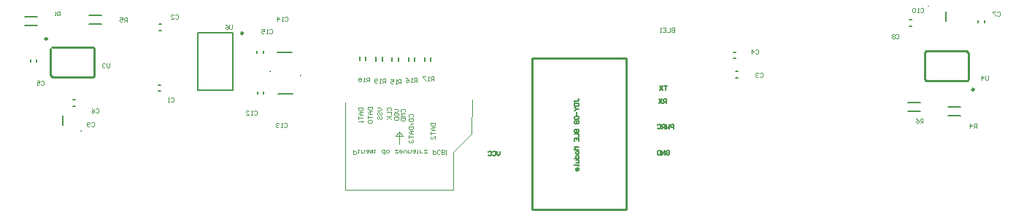
<source format=gbo>
G04*
G04 #@! TF.GenerationSoftware,Altium Limited,Altium Designer,21.3.2 (30)*
G04*
G04 Layer_Color=32896*
%FSLAX43Y43*%
%MOMM*%
G71*
G04*
G04 #@! TF.SameCoordinates,D2857377-26F3-40FA-A733-DB4AB64D2130*
G04*
G04*
G04 #@! TF.FilePolarity,Positive*
G04*
G01*
G75*
%ADD10C,0.127*%
%ADD11C,0.200*%
%ADD13C,0.250*%
%ADD14C,0.100*%
%ADD15C,0.152*%
%ADD16C,0.203*%
%ADD17C,0.102*%
%ADD66C,0.254*%
D10*
X31986Y62195D02*
G03*
X31986Y62195I-51J0D01*
G01*
X108300Y69757D02*
G03*
X108300Y69757I-51J0D01*
G01*
X10051Y55243D02*
G03*
X10051Y55243I-51J0D01*
G01*
X35465Y61704D02*
G03*
X35465Y61704I-51J0D01*
G01*
X77934Y52900D02*
X78019Y52985D01*
X78188D01*
X78273Y52900D01*
Y52562D01*
X78188Y52477D01*
X78019D01*
X77934Y52562D01*
Y52731D01*
X78104D01*
X77765Y52477D02*
Y52985D01*
X77427Y52477D01*
Y52985D01*
X77257D02*
Y52477D01*
X77003D01*
X76919Y52562D01*
Y52900D01*
X77003Y52985D01*
X77257D01*
X77973Y60485D02*
X77634D01*
X77804D01*
Y59977D01*
X77465Y60485D02*
X77127Y59977D01*
Y60485D02*
X77465Y59977D01*
X58623Y52885D02*
Y52546D01*
X58454Y52377D01*
X58284Y52546D01*
Y52885D01*
X57777Y52800D02*
X57861Y52885D01*
X58031D01*
X58115Y52800D01*
Y52462D01*
X58031Y52377D01*
X57861D01*
X57777Y52462D01*
X57269Y52800D02*
X57353Y52885D01*
X57523D01*
X57607Y52800D01*
Y52462D01*
X57523Y52377D01*
X57353D01*
X57269Y52462D01*
X77873Y58477D02*
Y58985D01*
X77619D01*
X77534Y58900D01*
Y58731D01*
X77619Y58646D01*
X77873D01*
X77704D02*
X77534Y58477D01*
X77365Y58985D02*
X77027Y58477D01*
Y58985D02*
X77365Y58477D01*
X67265Y58584D02*
Y58754D01*
Y58669D01*
X67688D01*
X67773Y58754D01*
Y58838D01*
X67688Y58923D01*
X67265Y58415D02*
X67773D01*
Y58161D01*
X67688Y58077D01*
X67350D01*
X67265Y58161D01*
Y58415D01*
Y57907D02*
X67350D01*
X67519Y57738D01*
X67350Y57569D01*
X67265D01*
X67519Y57738D02*
X67773D01*
X67519Y57400D02*
Y57061D01*
X67350Y56892D02*
X67265Y56807D01*
Y56638D01*
X67350Y56553D01*
X67688D01*
X67773Y56638D01*
Y56807D01*
X67688Y56892D01*
X67350D01*
Y56384D02*
X67265Y56299D01*
Y56130D01*
X67350Y56045D01*
X67434D01*
X67519Y56130D01*
X67604Y56045D01*
X67688D01*
X67773Y56130D01*
Y56299D01*
X67688Y56384D01*
X67604D01*
X67519Y56299D01*
X67434Y56384D01*
X67350D01*
X67519Y56299D02*
Y56130D01*
X67265Y55368D02*
X67773D01*
Y55114D01*
X67688Y55030D01*
X67604D01*
X67519Y55114D01*
Y55368D01*
Y55114D01*
X67434Y55030D01*
X67350D01*
X67265Y55114D01*
Y55368D01*
Y54860D02*
X67773D01*
Y54522D01*
X67265Y54014D02*
Y54352D01*
X67773D01*
Y54014D01*
X67519Y54352D02*
Y54183D01*
X67773Y53337D02*
X67265D01*
X67434Y53168D01*
X67265Y52998D01*
X67773D01*
Y52744D02*
Y52575D01*
X67688Y52490D01*
X67519D01*
X67434Y52575D01*
Y52744D01*
X67519Y52829D01*
X67688D01*
X67773Y52744D01*
X67265Y51983D02*
X67773D01*
Y52237D01*
X67688Y52321D01*
X67519D01*
X67434Y52237D01*
Y51983D01*
Y51813D02*
X67688D01*
X67773Y51729D01*
Y51475D01*
X67434D01*
X67773Y51305D02*
Y51136D01*
Y51221D01*
X67265D01*
Y51305D01*
X67773Y50628D02*
Y50798D01*
X67688Y50882D01*
X67519D01*
X67434Y50798D01*
Y50628D01*
X67519Y50544D01*
X67604D01*
Y50882D01*
X78773Y55477D02*
Y55985D01*
X78519D01*
X78434Y55900D01*
Y55731D01*
X78519Y55646D01*
X78773D01*
X78265Y55985D02*
Y55477D01*
X78096Y55646D01*
X77927Y55477D01*
Y55985D01*
X77757Y55477D02*
Y55985D01*
X77503D01*
X77419Y55900D01*
Y55731D01*
X77503Y55646D01*
X77757D01*
X77588D02*
X77419Y55477D01*
X76911Y55900D02*
X76996Y55985D01*
X77165D01*
X77249Y55900D01*
Y55562D01*
X77165Y55477D01*
X76996D01*
X76911Y55562D01*
D11*
X27650Y59950D02*
Y66650D01*
X23550Y59950D02*
Y66650D01*
X27650D01*
X23550Y59950D02*
X27650D01*
D13*
X28800Y66600D02*
G03*
X28800Y66600I-125J0D01*
G01*
D14*
X46955Y55150D02*
X47330Y54650D01*
X46480D02*
X47330D01*
X46480D02*
X46955Y55150D01*
Y53700D02*
Y55150D01*
X40630Y48350D02*
Y58550D01*
Y48350D02*
X53180D01*
X53222Y52792D01*
X55303Y54873D01*
X55379Y58909D01*
X41580Y53025D02*
Y52525D01*
X41830D01*
X41913Y52609D01*
Y52775D01*
X41830Y52858D01*
X41580D01*
X42080Y53025D02*
X42247D01*
X42163D01*
Y52692D01*
X42080D01*
X42496Y53025D02*
Y52692D01*
X42746D01*
X42830Y52775D01*
Y53025D01*
X43080Y52692D02*
X43246D01*
X43329Y52775D01*
Y53025D01*
X43080D01*
X42996Y52942D01*
X43080Y52858D01*
X43329D01*
X43496Y53025D02*
Y52692D01*
X43579D01*
X43663Y52775D01*
Y53025D01*
Y52775D01*
X43746Y52692D01*
X43829Y52775D01*
Y53025D01*
X43996D02*
X44163D01*
X44079D01*
Y52692D01*
X43996D01*
X45246Y52525D02*
Y53025D01*
X44996D01*
X44912Y52942D01*
Y52775D01*
X44996Y52692D01*
X45246D01*
X45495Y53025D02*
X45662D01*
X45745Y52942D01*
Y52775D01*
X45662Y52692D01*
X45495D01*
X45412Y52775D01*
Y52942D01*
X45495Y53025D01*
X46412Y52692D02*
X46745D01*
X46412Y53025D01*
X46745D01*
X47162D02*
X46995D01*
X46912Y52942D01*
Y52775D01*
X46995Y52692D01*
X47162D01*
X47245Y52775D01*
Y52858D01*
X46912D01*
X47411Y52692D02*
Y52942D01*
X47495Y53025D01*
X47578Y52942D01*
X47661Y53025D01*
X47745Y52942D01*
Y52692D01*
X47911Y53025D02*
Y52692D01*
X48161D01*
X48245Y52775D01*
Y53025D01*
X48494Y52692D02*
X48661D01*
X48744Y52775D01*
Y53025D01*
X48494D01*
X48411Y52942D01*
X48494Y52858D01*
X48744D01*
X48994Y52609D02*
Y52692D01*
X48911D01*
X49078D01*
X48994D01*
Y52942D01*
X49078Y53025D01*
X49328Y52692D02*
Y53025D01*
Y52858D01*
X49411Y52775D01*
X49494Y52692D01*
X49577D01*
X49827D02*
X50161D01*
X49827Y53025D01*
X50161D01*
X50827D02*
Y52525D01*
X51077D01*
X51160Y52609D01*
Y52775D01*
X51077Y52858D01*
X50827D01*
X51660Y52609D02*
X51577Y52525D01*
X51410D01*
X51327Y52609D01*
Y52942D01*
X51410Y53025D01*
X51577D01*
X51660Y52942D01*
X51827Y52525D02*
Y53025D01*
X52077D01*
X52160Y52942D01*
Y52858D01*
X52077Y52775D01*
X51827D01*
X52077D01*
X52160Y52692D01*
Y52609D01*
X52077Y52525D01*
X51827D01*
X52327Y52858D02*
Y52442D01*
Y52942D02*
Y53025D01*
X42155Y57900D02*
X42655D01*
Y57650D01*
X42572Y57567D01*
X42239D01*
X42155Y57650D01*
Y57900D01*
X42655Y57400D02*
X42322D01*
X42155Y57234D01*
X42322Y57067D01*
X42655D01*
X42405D01*
Y57400D01*
X42155Y56900D02*
Y56567D01*
Y56734D01*
X42655D01*
Y56401D02*
Y56234D01*
Y56317D01*
X42155D01*
X42239Y56401D01*
X43280Y58000D02*
X43780D01*
Y57750D01*
X43697Y57667D01*
X43364D01*
X43280Y57750D01*
Y58000D01*
X43780Y57500D02*
X43447D01*
X43280Y57334D01*
X43447Y57167D01*
X43780D01*
X43530D01*
Y57500D01*
X43280Y57000D02*
Y56667D01*
Y56834D01*
X43780D01*
X43364Y56501D02*
X43280Y56417D01*
Y56251D01*
X43364Y56167D01*
X43697D01*
X43780Y56251D01*
Y56417D01*
X43697Y56501D01*
X43364D01*
X44405Y57900D02*
X44738D01*
X44905Y57733D01*
X44738Y57567D01*
X44405D01*
X44489Y57067D02*
X44405Y57150D01*
Y57317D01*
X44489Y57400D01*
X44572D01*
X44655Y57317D01*
Y57150D01*
X44738Y57067D01*
X44822D01*
X44905Y57150D01*
Y57317D01*
X44822Y57400D01*
X44489Y56567D02*
X44405Y56650D01*
Y56817D01*
X44489Y56900D01*
X44572D01*
X44655Y56817D01*
Y56650D01*
X44738Y56567D01*
X44822D01*
X44905Y56650D01*
Y56817D01*
X44822Y56900D01*
X45589Y57567D02*
X45505Y57650D01*
Y57817D01*
X45589Y57900D01*
X45922D01*
X46005Y57817D01*
Y57650D01*
X45922Y57567D01*
X45505Y57400D02*
X46005D01*
Y57067D01*
X45505Y56900D02*
X46005D01*
X45838D01*
X45505Y56567D01*
X45755Y56817D01*
X46005Y56567D01*
X46350Y57800D02*
X46683D01*
X46850Y57633D01*
X46683Y57467D01*
X46350D01*
Y57300D02*
X46850D01*
Y57050D01*
X46767Y56967D01*
X46433D01*
X46350Y57050D01*
Y57300D01*
Y56800D02*
X46850D01*
Y56550D01*
X46767Y56467D01*
X46433D01*
X46350Y56550D01*
Y56800D01*
X47183Y57417D02*
X47100Y57500D01*
Y57667D01*
X47183Y57750D01*
X47517D01*
X47600Y57667D01*
Y57500D01*
X47517Y57417D01*
X47600Y57250D02*
X47100D01*
X47267Y57084D01*
X47100Y56917D01*
X47600D01*
X47100Y56750D02*
X47600D01*
Y56500D01*
X47517Y56417D01*
X47183D01*
X47100Y56500D01*
Y56750D01*
X48083Y56867D02*
X48000Y56950D01*
Y57117D01*
X48083Y57200D01*
X48417D01*
X48500Y57117D01*
Y56950D01*
X48417Y56867D01*
X48000Y56700D02*
X48500D01*
Y56450D01*
X48417Y56367D01*
X48083D01*
X48000Y56450D01*
Y56700D01*
X48500Y56200D02*
X48167Y55867D01*
X48000Y55700D02*
X48500D01*
Y55451D01*
X48417Y55367D01*
X48083D01*
X48000Y55451D01*
Y55700D01*
X48500Y55201D02*
X48167D01*
X48000Y55034D01*
X48167Y54867D01*
X48500D01*
X48250D01*
Y55201D01*
X48000Y54701D02*
Y54368D01*
Y54534D01*
X48500D01*
X48083Y54201D02*
X48000Y54118D01*
Y53951D01*
X48083Y53868D01*
X48167D01*
X48250Y53951D01*
Y54034D01*
Y53951D01*
X48333Y53868D01*
X48417D01*
X48500Y53951D01*
Y54118D01*
X48417Y54201D01*
X50600Y56150D02*
X51100D01*
Y55900D01*
X51017Y55817D01*
X50683D01*
X50600Y55900D01*
Y56150D01*
X51100Y55650D02*
X50767D01*
X50600Y55484D01*
X50767Y55317D01*
X51100D01*
X50850D01*
Y55650D01*
X50600Y55150D02*
Y54817D01*
Y54984D01*
X51100D01*
Y54317D02*
Y54650D01*
X50767Y54317D01*
X50683D01*
X50600Y54401D01*
Y54567D01*
X50683Y54650D01*
X7583Y68650D02*
Y69150D01*
X7333D01*
X7250Y69067D01*
Y68900D01*
X7333Y68817D01*
X7583D01*
X7417D02*
X7250Y68650D01*
X7083D02*
X6917D01*
X7000D01*
Y69150D01*
X7083Y69067D01*
X88233Y64617D02*
X88317Y64700D01*
X88483D01*
X88567Y64617D01*
Y64283D01*
X88483Y64200D01*
X88317D01*
X88233Y64283D01*
X87817Y64200D02*
Y64700D01*
X88067Y64450D01*
X87733D01*
X27567Y67600D02*
Y67183D01*
X27483Y67100D01*
X27317D01*
X27233Y67183D01*
Y67600D01*
X26733D02*
X26900Y67517D01*
X27067Y67350D01*
Y67183D01*
X26983Y67100D01*
X26817D01*
X26733Y67183D01*
Y67267D01*
X26817Y67350D01*
X27067D01*
X115267Y61650D02*
Y61233D01*
X115183Y61150D01*
X115017D01*
X114933Y61233D01*
Y61650D01*
X114517Y61150D02*
Y61650D01*
X114767Y61400D01*
X114433D01*
X13267Y63100D02*
Y62683D01*
X13183Y62600D01*
X13017D01*
X12933Y62683D01*
Y63100D01*
X12767Y63017D02*
X12683Y63100D01*
X12517D01*
X12433Y63017D01*
Y62933D01*
X12517Y62850D01*
X12600D01*
X12517D01*
X12433Y62767D01*
Y62683D01*
X12517Y62600D01*
X12683D01*
X12767Y62683D01*
X45275Y60800D02*
Y61300D01*
X45025D01*
X44942Y61217D01*
Y61050D01*
X45025Y60967D01*
X45275D01*
X45108D02*
X44942Y60800D01*
X44775D02*
X44608D01*
X44692D01*
Y61300D01*
X44775Y61217D01*
X44358Y60883D02*
X44275Y60800D01*
X44109D01*
X44025Y60883D01*
Y61217D01*
X44109Y61300D01*
X44275D01*
X44358Y61217D01*
Y61133D01*
X44275Y61050D01*
X44025D01*
X43425Y60950D02*
Y61450D01*
X43175D01*
X43092Y61367D01*
Y61200D01*
X43175Y61117D01*
X43425D01*
X43258D02*
X43092Y60950D01*
X42925D02*
X42758D01*
X42842D01*
Y61450D01*
X42925Y61367D01*
X42508D02*
X42425Y61450D01*
X42259D01*
X42175Y61367D01*
Y61283D01*
X42259Y61200D01*
X42175Y61117D01*
Y61033D01*
X42259Y60950D01*
X42425D01*
X42508Y61033D01*
Y61117D01*
X42425Y61200D01*
X42508Y61283D01*
Y61367D01*
X42425Y61200D02*
X42259D01*
X50875Y61050D02*
Y61550D01*
X50625D01*
X50542Y61467D01*
Y61300D01*
X50625Y61217D01*
X50875D01*
X50708D02*
X50542Y61050D01*
X50375D02*
X50208D01*
X50292D01*
Y61550D01*
X50375Y61467D01*
X49958Y61550D02*
X49625D01*
Y61467D01*
X49958Y61133D01*
Y61050D01*
X48925Y60900D02*
Y61400D01*
X48675D01*
X48592Y61317D01*
Y61150D01*
X48675Y61067D01*
X48925D01*
X48758D02*
X48592Y60900D01*
X48425D02*
X48258D01*
X48342D01*
Y61400D01*
X48425Y61317D01*
X47675Y61400D02*
X47842Y61317D01*
X48008Y61150D01*
Y60983D01*
X47925Y60900D01*
X47759D01*
X47675Y60983D01*
Y61067D01*
X47759Y61150D01*
X48008D01*
X47125Y60700D02*
Y61200D01*
X46875D01*
X46792Y61117D01*
Y60950D01*
X46875Y60867D01*
X47125D01*
X46958D02*
X46792Y60700D01*
X46625D02*
X46458D01*
X46542D01*
Y61200D01*
X46625Y61117D01*
X45875Y61200D02*
X46208D01*
Y60950D01*
X46042Y61033D01*
X45959D01*
X45875Y60950D01*
Y60783D01*
X45959Y60700D01*
X46125D01*
X46208Y60783D01*
X107667Y56200D02*
Y56700D01*
X107417D01*
X107333Y56617D01*
Y56450D01*
X107417Y56367D01*
X107667D01*
X107500D02*
X107333Y56200D01*
X106833Y56700D02*
X107000Y56617D01*
X107167Y56450D01*
Y56283D01*
X107083Y56200D01*
X106917D01*
X106833Y56283D01*
Y56367D01*
X106917Y56450D01*
X107167D01*
X15317Y67900D02*
Y68400D01*
X15067D01*
X14983Y68317D01*
Y68150D01*
X15067Y68067D01*
X15317D01*
X15150D02*
X14983Y67900D01*
X14483Y68400D02*
X14817D01*
Y68150D01*
X14650Y68233D01*
X14567D01*
X14483Y68150D01*
Y67983D01*
X14567Y67900D01*
X14733D01*
X14817Y67983D01*
X113867Y55600D02*
Y56100D01*
X113617D01*
X113533Y56017D01*
Y55850D01*
X113617Y55767D01*
X113867D01*
X113700D02*
X113533Y55600D01*
X113117D02*
Y56100D01*
X113367Y55850D01*
X113033D01*
X31842Y67017D02*
X31925Y67100D01*
X32091D01*
X32175Y67017D01*
Y66683D01*
X32091Y66600D01*
X31925D01*
X31842Y66683D01*
X31675Y66600D02*
X31508D01*
X31592D01*
Y67100D01*
X31675Y67017D01*
X30925Y67100D02*
X31258D01*
Y66850D01*
X31092Y66933D01*
X31009D01*
X30925Y66850D01*
Y66683D01*
X31009Y66600D01*
X31175D01*
X31258Y66683D01*
X30092Y57517D02*
X30175Y57600D01*
X30341D01*
X30425Y57517D01*
Y57183D01*
X30341Y57100D01*
X30175D01*
X30092Y57183D01*
X29925Y57100D02*
X29758D01*
X29842D01*
Y57600D01*
X29925Y57517D01*
X29175Y57100D02*
X29508D01*
X29175Y57433D01*
Y57517D01*
X29259Y57600D01*
X29425D01*
X29508Y57517D01*
X107392Y69467D02*
X107475Y69550D01*
X107641D01*
X107725Y69467D01*
Y69133D01*
X107641Y69050D01*
X107475D01*
X107392Y69133D01*
X107225Y69050D02*
X107058D01*
X107142D01*
Y69550D01*
X107225Y69467D01*
X106808D02*
X106725Y69550D01*
X106559D01*
X106475Y69467D01*
Y69133D01*
X106559Y69050D01*
X106725D01*
X106808Y69133D01*
Y69467D01*
X11183Y56167D02*
X11267Y56250D01*
X11433D01*
X11517Y56167D01*
Y55833D01*
X11433Y55750D01*
X11267D01*
X11183Y55833D01*
X11017D02*
X10933Y55750D01*
X10767D01*
X10683Y55833D01*
Y56167D01*
X10767Y56250D01*
X10933D01*
X11017Y56167D01*
Y56083D01*
X10933Y56000D01*
X10683D01*
X104533Y66367D02*
X104617Y66450D01*
X104783D01*
X104867Y66367D01*
Y66033D01*
X104783Y65950D01*
X104617D01*
X104533Y66033D01*
X104367Y66367D02*
X104283Y66450D01*
X104117D01*
X104033Y66367D01*
Y66283D01*
X104117Y66200D01*
X104033Y66117D01*
Y66033D01*
X104117Y65950D01*
X104283D01*
X104367Y66033D01*
Y66117D01*
X104283Y66200D01*
X104367Y66283D01*
Y66367D01*
X104283Y66200D02*
X104117D01*
X116233Y69017D02*
X116317Y69100D01*
X116483D01*
X116567Y69017D01*
Y68683D01*
X116483Y68600D01*
X116317D01*
X116233Y68683D01*
X116067Y69100D02*
X115733D01*
Y69017D01*
X116067Y68683D01*
Y68600D01*
X11733Y57767D02*
X11817Y57850D01*
X11983D01*
X12067Y57767D01*
Y57433D01*
X11983Y57350D01*
X11817D01*
X11733Y57433D01*
X11233Y57850D02*
X11400Y57767D01*
X11567Y57600D01*
Y57433D01*
X11483Y57350D01*
X11317D01*
X11233Y57433D01*
Y57517D01*
X11317Y57600D01*
X11567D01*
X5383Y61017D02*
X5467Y61100D01*
X5633D01*
X5717Y61017D01*
Y60683D01*
X5633Y60600D01*
X5467D01*
X5383Y60683D01*
X4883Y61100D02*
X5217D01*
Y60850D01*
X5050Y60933D01*
X4967D01*
X4883Y60850D01*
Y60683D01*
X4967Y60600D01*
X5133D01*
X5217Y60683D01*
X88733Y61917D02*
X88817Y62000D01*
X88983D01*
X89067Y61917D01*
Y61583D01*
X88983Y61500D01*
X88817D01*
X88733Y61583D01*
X88567Y61917D02*
X88483Y62000D01*
X88317D01*
X88233Y61917D01*
Y61833D01*
X88317Y61750D01*
X88400D01*
X88317D01*
X88233Y61667D01*
Y61583D01*
X88317Y61500D01*
X88483D01*
X88567Y61583D01*
X20933Y68717D02*
X21017Y68800D01*
X21183D01*
X21267Y68717D01*
Y68383D01*
X21183Y68300D01*
X21017D01*
X20933Y68383D01*
X20433Y68300D02*
X20767D01*
X20433Y68633D01*
Y68717D01*
X20517Y68800D01*
X20683D01*
X20767Y68717D01*
X33642Y68417D02*
X33725Y68500D01*
X33891D01*
X33975Y68417D01*
Y68083D01*
X33891Y68000D01*
X33725D01*
X33642Y68083D01*
X33475Y68000D02*
X33308D01*
X33392D01*
Y68500D01*
X33475Y68417D01*
X32809Y68000D02*
Y68500D01*
X33058Y68250D01*
X32725D01*
X33542Y56067D02*
X33625Y56150D01*
X33791D01*
X33875Y56067D01*
Y55733D01*
X33791Y55650D01*
X33625D01*
X33542Y55733D01*
X33375Y55650D02*
X33208D01*
X33292D01*
Y56150D01*
X33375Y56067D01*
X32958D02*
X32875Y56150D01*
X32709D01*
X32625Y56067D01*
Y55983D01*
X32709Y55900D01*
X32792D01*
X32709D01*
X32625Y55817D01*
Y55733D01*
X32709Y55650D01*
X32875D01*
X32958Y55733D01*
X20450Y59017D02*
X20533Y59100D01*
X20700D01*
X20783Y59017D01*
Y58683D01*
X20700Y58600D01*
X20533D01*
X20450Y58683D01*
X20283Y58600D02*
X20117D01*
X20200D01*
Y59100D01*
X20283Y59017D01*
D15*
X85657Y64406D02*
X85911D01*
X85657Y63694D02*
X85911D01*
X85957Y62156D02*
X86211D01*
X85957Y61444D02*
X86211D01*
X3513Y67492D02*
X4935D01*
X3513Y68508D02*
X4935D01*
X18957Y60556D02*
X19211D01*
X18957Y59844D02*
X19211D01*
X19039Y67656D02*
X19293D01*
X19039Y66944D02*
X19293D01*
X105963Y57542D02*
X107385D01*
X105963Y58558D02*
X107385D01*
X10965Y68708D02*
X12387D01*
X10965Y67692D02*
X12387D01*
X110613Y56992D02*
X112035D01*
X110613Y58008D02*
X112035D01*
X114094Y67839D02*
Y68093D01*
X114806Y67839D02*
Y68093D01*
X44220Y63371D02*
Y63829D01*
X44931Y63371D02*
Y63829D01*
X42340Y63403D02*
Y63861D01*
X43051Y63403D02*
Y63861D01*
X49860Y63321D02*
Y63779D01*
X50571Y63321D02*
Y63779D01*
X47980Y63321D02*
Y63779D01*
X48691Y63321D02*
Y63779D01*
X46100Y63321D02*
Y63779D01*
X46811Y63321D02*
Y63779D01*
X30444Y64307D02*
Y64561D01*
X31156Y64307D02*
Y64561D01*
X31206Y59557D02*
Y59811D01*
X30494Y59557D02*
Y59811D01*
X110370Y68017D02*
Y69083D01*
X7880Y55917D02*
Y56983D01*
X106107Y67444D02*
X106361D01*
X106107Y68156D02*
X106361D01*
X9089Y58856D02*
X9343D01*
X9089Y58144D02*
X9343D01*
X4856Y63257D02*
Y63511D01*
X4144Y63257D02*
Y63511D01*
D16*
X32812Y64342D02*
X34488D01*
X32862Y59558D02*
X34538D01*
D17*
X78804Y67249D02*
Y66742D01*
X78550D01*
X78465Y66826D01*
Y66911D01*
X78550Y66996D01*
X78804D01*
X78550D01*
X78465Y67080D01*
Y67165D01*
X78550Y67249D01*
X78804D01*
X78296D02*
Y66742D01*
X77957D01*
X77449Y67249D02*
X77788D01*
Y66742D01*
X77449D01*
X77788Y66996D02*
X77619D01*
X77280Y66742D02*
X77111D01*
X77195D01*
Y67249D01*
X77280Y67165D01*
D66*
X113600Y60056D02*
G03*
X113600Y60056I-127J0D01*
G01*
X6079Y65944D02*
G03*
X6079Y65944I-127J0D01*
G01*
X62316Y46050D02*
Y63734D01*
X73238D01*
Y46050D02*
Y63734D01*
X62316Y46050D02*
X73238D01*
X108012Y61072D02*
X112838D01*
X107885Y61199D02*
X108012Y61072D01*
X107885Y61199D02*
Y64374D01*
X108012Y64501D01*
X112711D01*
X112965Y64247D01*
Y61199D02*
Y64247D01*
X6587Y64928D02*
X11413D01*
X11540Y64801D01*
Y61626D02*
Y64801D01*
X11413Y61499D02*
X11540Y61626D01*
X6714Y61499D02*
X11413D01*
X6460Y61753D02*
X6714Y61499D01*
X6460Y61753D02*
Y64801D01*
M02*

</source>
